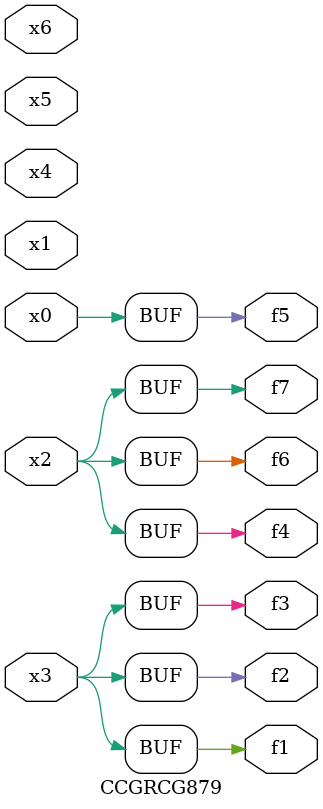
<source format=v>
module CCGRCG879(
	input x0, x1, x2, x3, x4, x5, x6,
	output f1, f2, f3, f4, f5, f6, f7
);
	assign f1 = x3;
	assign f2 = x3;
	assign f3 = x3;
	assign f4 = x2;
	assign f5 = x0;
	assign f6 = x2;
	assign f7 = x2;
endmodule

</source>
